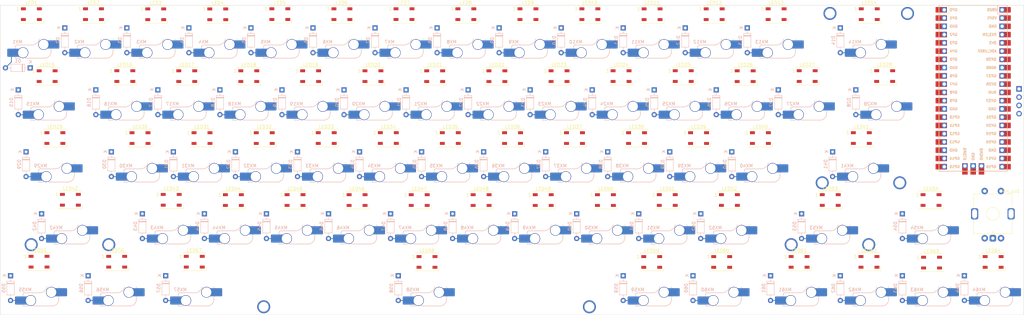
<source format=kicad_pcb>
(kicad_pcb (version 20221018) (generator pcbnew)
  (layers (0 "F.Cu" signal) (31 "B.Cu" signal) (34 "B.Paste" user) (35 "F.Paste" user) (36 "B.SilkS" user "B.Silkscreen") (37 "F.SilkS" user "F.Silkscreen") (38 "B.Mask" user) (39 "F.Mask" user) (44 "Edge.Cuts" user))
  (net 0 "")
  (net 1 "ROW0")
  (net 2 "Net-(D1-A)")
  (net 3 "Net-(D2-A)")
  (net 4 "Net-(D3-A)")
  (net 5 "Net-(D4-A)")
  (net 6 "Net-(D5-A)")
  (net 7 "Net-(D6-A)")
  (net 8 "Net-(D7-A)")
  (net 9 "Net-(D8-A)")
  (net 10 "Net-(D9-A)")
  (net 11 "Net-(D10-A)")
  (net 12 "Net-(D11-A)")
  (net 13 "Net-(D12-A)")
  (net 14 "Net-(D13-A)")
  (net 15 "Net-(D14-A)")
  (net 16 "ROW1")
  (net 17 "Net-(D15-A)")
  (net 18 "Net-(D16-A)")
  (net 19 "Net-(D17-A)")
  (net 20 "Net-(D18-A)")
  (net 21 "Net-(D19-A)")
  (net 22 "Net-(D20-A)")
  (net 23 "Net-(D21-A)")
  (net 24 "Net-(D22-A)")
  (net 25 "Net-(D23-A)")
  (net 26 "Net-(D24-A)")
  (net 27 "Net-(D25-A)")
  (net 28 "Net-(D26-A)")
  (net 29 "Net-(D27-A)")
  (net 30 "Net-(D28-A)")
  (net 31 "ROW2")
  (net 32 "Net-(D29-A)")
  (net 33 "Net-(D30-A)")
  (net 34 "Net-(D31-A)")
  (net 35 "Net-(D32-A)")
  (net 36 "Net-(D33-A)")
  (net 37 "Net-(D34-A)")
  (net 38 "Net-(D35-A)")
  (net 39 "Net-(D36-A)")
  (net 40 "Net-(D37-A)")
  (net 41 "Net-(D38-A)")
  (net 42 "Net-(D39-A)")
  (net 43 "Net-(D40-A)")
  (net 44 "Net-(D41-A)")
  (net 45 "ROW3")
  (net 46 "Net-(D42-A)")
  (net 47 "Net-(D43-A)")
  (net 48 "Net-(D44-A)")
  (net 49 "Net-(D45-A)")
  (net 50 "Net-(D46-A)")
  (net 51 "Net-(D47-A)")
  (net 52 "Net-(D48-A)")
  (net 53 "Net-(D49-A)")
  (net 54 "Net-(D50-A)")
  (net 55 "Net-(D51-A)")
  (net 56 "Net-(D52-A)")
  (net 57 "Net-(D53-A)")
  (net 58 "Net-(D54-A)")
  (net 59 "ROW4")
  (net 60 "Net-(D55-A)")
  (net 61 "Net-(D56-A)")
  (net 62 "Net-(D57-A)")
  (net 63 "Net-(D58-A)")
  (net 64 "Net-(D59-A)")
  (net 65 "Net-(D60-A)")
  (net 66 "Net-(D61-A)")
  (net 67 "Net-(D62-A)")
  (net 68 "Net-(D63-A)")
  (net 69 "Net-(D64-A)")
  (net 70 "en_co_A")
  (net 71 "en_co_B")
  (net 72 "GND")
  (net 73 "COL15")
  (net 74 "VBUS")
  (net 75 "SCL")
  (net 76 "SDA")
  (net 77 "Net-(LED1-DOUT)")
  (net 78 "LED_DI")
  (net 79 "Net-(LED2-DOUT)")
  (net 80 "Net-(LED3-DOUT)")
  (net 81 "Net-(LED4-DOUT)")
  (net 82 "Net-(LED5-DOUT)")
  (net 83 "Net-(LED6-DOUT)")
  (net 84 "Net-(LED7-DOUT)")
  (net 85 "Net-(LED8-DOUT)")
  (net 86 "Net-(LED10-DIN)")
  (net 87 "Net-(LED10-DOUT)")
  (net 88 "Net-(LED11-DOUT)")
  (net 89 "Net-(LED12-DOUT)")
  (net 90 "Net-(LED13-DOUT)")
  (net 91 "Net-(LED14-DOUT)")
  (net 92 "Net-(LED15-DOUT)")
  (net 93 "Net-(LED16-DOUT)")
  (net 94 "Net-(LED17-DOUT)")
  (net 95 "Net-(LED18-DOUT)")
  (net 96 "Net-(LED19-DOUT)")
  (net 97 "Net-(LED20-DOUT)")
  (net 98 "Net-(LED21-DOUT)")
  (net 99 "Net-(LED22-DOUT)")
  (net 100 "Net-(LED23-DOUT)")
  (net 101 "Net-(LED24-DOUT)")
  (net 102 "Net-(LED25-DOUT)")
  (net 103 "Net-(LED26-DOUT)")
  (net 104 "Net-(LED27-DOUT)")
  (net 105 "Net-(LED28-DOUT)")
  (net 106 "Net-(LED29-DOUT)")
  (net 107 "Net-(LED30-DOUT)")
  (net 108 "Net-(LED31-DOUT)")
  (net 109 "Net-(LED32-DOUT)")
  (net 110 "Net-(LED33-DOUT)")
  (net 111 "Net-(LED34-DOUT)")
  (net 112 "Net-(LED35-DOUT)")
  (net 113 "Net-(LED36-DOUT)")
  (net 114 "Net-(LED37-DOUT)")
  (net 115 "Net-(LED38-DOUT)")
  (net 116 "Net-(LED39-DOUT)")
  (net 117 "Net-(LED40-DOUT)")
  (net 118 "Net-(LED41-DOUT)")
  (net 119 "Net-(LED42-DOUT)")
  (net 120 "Net-(LED43-DOUT)")
  (net 121 "Net-(LED44-DOUT)")
  (net 122 "Net-(LED45-DOUT)")
  (net 123 "Net-(LED46-DOUT)")
  (net 124 "Net-(LED47-DOUT)")
  (net 125 "Net-(LED48-DOUT)")
  (net 126 "Net-(LED49-DOUT)")
  (net 127 "Net-(LED50-DOUT)")
  (net 128 "Net-(LED51-DOUT)")
  (net 129 "Net-(LED52-DOUT)")
  (net 130 "Net-(LED53-DOUT)")
  (net 131 "Net-(LED54-DOUT)")
  (net 132 "Net-(LED55-DOUT)")
  (net 133 "Net-(LED56-DOUT)")
  (net 134 "Net-(LED57-DOUT)")
  (net 135 "Net-(LED58-DOUT)")
  (net 136 "Net-(LED59-DOUT)")
  (net 137 "Net-(LED60-DOUT)")
  (net 138 "Net-(LED61-DOUT)")
  (net 139 "Net-(LED62-DOUT)")
  (net 140 "Net-(LED63-DOUT)")
  (net 142 "COL0")
  (net 143 "COL1")
  (net 144 "COL2")
  (net 145 "COL3")
  (net 146 "COL4")
  (net 147 "COL5")
  (net 148 "COL6")
  (net 149 "COL7")
  (net 150 "COL8")
  (net 151 "COL9")
  (net 152 "COL10")
  (net 153 "COL11")
  (net 154 "COL12")
  (net 155 "COL13")
  (net 156 "COL14")
  (footprint "ScottoKeebs_MCU:Raspberry_Pi_Pico" (layer "F.Cu") (at 355.44 123.695)
    (fp_text reference "U1" hide)
    (fp_text value "Raspberry_Pi_Pico" hide)
  )
  (footprint "LED_SMD:LED_WS2812B_PLCC4_5.0x5.0mm_P3.2mm" (layer "F.Cu") (at 147.215 158.08)
    (fp_text reference "LED45")
    (fp_text value "LED_WS2812B")
  )
  (footprint "LED_SMD:LED_WS2812B_PLCC4_5.0x5.0mm_P3.2mm" (layer "F.Cu") (at 237.735 100.91)
    (fp_text reference "LED10")
    (fp_text value "LED_WS2812B")
  )
  (footprint "LED_SMD:LED_WS2812B_PLCC4_5.0x5.0mm_P3.2mm" (layer "F.Cu") (at 185.335 158.09)
    (fp_text reference "LED47")
    (fp_text value "LED_WS2812B")
  )
  (footprint "LED_SMD:LED_WS2812B_PLCC4_5.0x5.0mm_P3.2mm" (layer "F.Cu") (at 266.405 119.95)
    (fp_text reference "LED25")
    (fp_text value "LED_WS2812B")
  )
  (footprint "PCM_marbastlib-mx:STAB_MX_P_2.25u" (layer "F.Cu") (at 78.10625 164.82 180)
    (fp_text reference "S2" hide)
    (fp_text value "MX_stab")
  )
  (footprint "LED_SMD:LED_WS2812B_PLCC4_5.0x5.0mm_P3.2mm" (layer "F.Cu") (at 66.245 100.91)
    (fp_text reference "LED1")
    (fp_text value "LED_WS2812B")
  )
  (footprint "PCM_marbastlib-various:ROT_Alps_EC11E-Switch" (layer "F.Cu") (at 361.475 162.315)
    (fp_text reference "en_co1")
    (fp_text value "RotaryEncoder_Switch")
  )
  (footprint "LED_SMD:LED_WS2812B_PLCC4_5.0x5.0mm_P3.2mm" (layer "F.Cu") (at 94.945 119.95)
    (fp_text reference "LED16")
    (fp_text value "LED_WS2812B")
  )
  (footprint "LED_SMD:LED_WS2812B_PLCC4_5.0x5.0mm_P3.2mm" (layer "F.Cu") (at 304.465 119.95)
    (fp_text reference "LED27")
    (fp_text value "LED_WS2812B")
  )
  (footprint "LED_SMD:LED_WS2812B_PLCC4_5.0x5.0mm_P3.2mm" (layer "F.Cu") (at 361.565 177.11)
    (fp_text reference "LED64")
    (fp_text value "LED_WS2812B")
  )
  (footprint "LED_SMD:LED_WS2812B_PLCC4_5.0x5.0mm_P3.2mm" (layer "F.Cu") (at 187.725 177.11)
    (fp_text reference "LED58")
    (fp_text value "LED_WS2812B")
  )
  (footprint "LED_SMD:LED_WS2812B_PLCC4_5.0x5.0mm_P3.2mm" (layer "F.Cu") (at 116.265 177.04)
    (fp_text reference "LED57")
    (fp_text value "LED_WS2812B")
  )
  (footprint "LED_SMD:LED_WS2812B_PLCC4_5.0x5.0mm_P3.2mm" (layer "F.Cu") (at 99.605 139.02)
    (fp_text reference "LED30")
    (fp_text value "LED_WS2812B")
  )
  (footprint "LED_SMD:LED_WS2812B_PLCC4_5.0x5.0mm_P3.2mm" (layer "F.Cu") (at 321.095 139.01)
    (fp_text reference "LED41")
    (fp_text value "LED_WS2812B")
  )
  (footprint "LED_SMD:LED_WS2812B_PLCC4_5.0x5.0mm_P3.2mm" (layer "F.Cu") (at 252.065 139.02)
    (fp_text reference "LED38")
    (fp_text value "LED_WS2812B")
  )
  (footprint "LED_SMD:LED_WS2812B_PLCC4_5.0x5.0mm_P3.2mm" (layer "F.Cu") (at 213.995 139.02)
    (fp_text reference "LED36")
    (fp_text value "LED_WS2812B")
  )
  (footprint "LED_SMD:LED_WS2812B_PLCC4_5.0x5.0mm_P3.2mm" (layer "F.Cu") (at 73.465 139.01)
    (fp_text reference "LED29")
    (fp_text value "LED_WS2812B")
  )
  (footprint "LED_SMD:LED_WS2812B_PLCC4_5.0x5.0mm_P3.2mm" (layer "F.Cu") (at 256.725 177.12)
    (fp_text reference "LED59")
    (fp_text value "LED_WS2812B")
  )
  (footprint "LED_SMD:LED_WS2812B_PLCC4_5.0x5.0mm_P3.2mm" (layer "F.Cu") (at 194.885 139.01)
    (fp_text reference "LED35")
    (fp_text value "LED_WS2812B")
  )
  (footprint "LED_SMD:LED_WS2812B_PLCC4_5.0x5.0mm_P3.2mm" (layer "F.Cu") (at 85.315 100.91)
    (fp_text reference "LED2")
    (fp_text value "LED_WS2812B")
  )
  (footprint "LED_SMD:LED_WS2812B_PLCC4_5.0x5.0mm_P3.2mm" (layer "F.Cu") (at 323.525 100.91)
    (fp_text reference "LED14")
    (fp_text value "LED_WS2812B")
  )
  (footprint "LED_SMD:LED_WS2812B_PLCC4_5.0x5.0mm_P3.2mm" (layer "F.Cu") (at 328.255 119.95)
    (fp_text reference "LED28")
    (fp_text value "LED_WS2812B")
  )
  (footprint "PCM_marbastlib-mx:STAB_MX_P_6.25u" (layer "F.Cu") (at 187.59 183.91695 180)
    (fp_text reference "S1" hide)
    (fp_text value "MX_stab")
  )
  (footprint "PCM_marbastlib-mx:STAB_MX_P_2.25u" (layer "F.Cu") (at 320.99375 145.795 180)
    (fp_text reference "S4" hide)
    (fp_text value "MX_stab")
  )
  (footprint "LED_SMD:LED_WS2812B_PLCC4_5.0x5.0mm_P3.2mm" (layer "F.Cu") (at 223.415 158.09)
    (fp_text reference "LED49")
    (fp_text value "LED_WS2812B")
  )
  (footprint "LED_SMD:LED_WS2812B_PLCC4_5.0x5.0mm_P3.2mm" (layer "F.Cu") (at 161.595 100.91)
    (fp_text reference "LED6")
    (fp_text value "LED_WS2812B")
  )
  (footprint "LED_SMD:LED_WS2812B_PLCC4_5.0x5.0mm_P3.2mm" (layer "F.Cu") (at 285.425 119.98)
    (fp_text reference "LED26")
    (fp_text value "LED_WS2812B")
  )
  (footprint "LED_SMD:LED_WS2812B_PLCC4_5.0x5.0mm_P3.2mm" (layer "F.Cu") (at 68.605 177.03)
    (fp_text reference "LED55")
    (fp_text value "LED_WS2812B")
  )
  (footprint "LED_SMD:LED_WS2812B_PLCC4_5.0x5.0mm_P3.2mm" (layer "F.Cu") (at 104.425 100.94)
    (fp_text reference "LED3")
    (fp_text value "LED_WS2812B")
  )
  (footprint "LED_SMD:LED_WS2812B_PLCC4_5.0x5.0mm_P3.2mm" (layer "F.Cu") (at 280.585 158.07)
    (fp_text reference "LED52")
    (fp_text value "LED_WS2812B")
  )
  (footprint "LED_SMD:LED_WS2812B_PLCC4_5.0x5.0mm_P3.2mm" (layer "F.Cu") (at 128.275 158.09)
    (fp_text reference "LED44")
    (fp_text value "LED_WS2812B")
  )
  (footprint "LED_SMD:LED_WS2812B_PLCC4_5.0x5.0mm_P3.2mm" (layer "F.Cu") (at 256.845 100.93)
    (fp_text reference "LED11")
    (fp_text value "LED_WS2812B")
  )
  (footprint "LED_SMD:LED_WS2812B_PLCC4_5.0x5.0mm_P3.2mm" (layer "F.Cu") (at 261.505 158.07)
    (fp_text reference "LED51")
    (fp_text value "LED_WS2812B")
  )
  (footprint "LED_SMD:LED_WS2812B_PLCC4_5.0x5.0mm_P3.2mm" (layer "F.Cu") (at 199.655 100.91)
    (fp_text reference "LED8")
    (fp_text value "LED_WS2812B")
  )
  (footprint "LED_SMD:LED_WS2812B_PLCC4_5.0x5.0mm_P3.2mm" (layer "F.Cu") (at 142.535 100.9)
    (fp_text reference "LED5")
    (fp_text value "LED_WS2812B")
  )
  (footprint "ScottoKeebs_Components:OLED_128x64" (layer "F.Cu") (at 369.525 127.7 -90)
    (fp_text reference "J1" hide)
    (fp_text value "OLED_128x64")
  )
  (footprint "LED_SMD:LED_WS2812B_PLCC4_5.0x5.0mm_P3.2mm" (layer "F.Cu") (at 301.985 177.09)
    (fp_text reference "LED61")
    (fp_text value "LED_WS2812B")
  )
  (footprint "LED_SMD:LED_WS2812B_PLCC4_5.0x5.0mm_P3.2mm" (layer "F.Cu") (at 123.475 100.95)
    (fp_text reference "LED4")
    (fp_text value "LED_WS2812B")
  )
  (footprint "LED_SMD:LED_WS2812B_PLCC4_5.0x5.0mm_P3.2mm" (layer "F.Cu") (at 113.955 119.97)
    (fp_text reference "LED17")
    (fp_text value "LED_WS2812B")
  )
  (footprint "LED_SMD:LED_WS2812B_PLCC4_5.0x5.0mm_P3.2mm" (layer "F.Cu") (at 180.655 100.9)
    (fp_text reference "LED7")
    (fp_text value "LED_WS2812B")
  )
  (footprint "LED_SMD:LED_WS2812B_PLCC4_5.0x5.0mm_P3.2mm" (layer "F.Cu") (at 71.085 119.97)
    (fp_text reference "LED15")
    (fp_text value "LED_WS2812B")
  )
  (footprint "LED_SMD:LED_WS2812B_PLCC4_5.0x5.0mm_P3.2mm" (layer "F.Cu") (at 342.495 158.07)
    (fp_text reference "LED54")
    (fp_text value "LED_WS2812B")
  )
  (footprint "LED_SMD:LED_WS2812B_PLCC4_5.0x5.0mm_P3.2mm" (layer "F.Cu") (at 109.185 158)
    (fp_text reference "LED43")
    (fp_text value "LED_WS2812B")
  )
  (footprint "LED_SMD:LED_WS2812B_PLCC4_5.0x5.0mm_P3.2mm" (layer "F.Cu") (at 323.435 177.09)
    (fp_text reference "LED62")
    (fp_text value "LED_WS2812B")
  )
  (footprint "LED_SMD:LED_WS2812B_PLCC4_5.0x5.0mm_P3.2mm" (layer "F.Cu") (at 156.785 139.01)
    (fp_text reference "LED33")
    (fp_text value "LED_WS2812B")
  )
  (footprint "LED_SMD:LED_WS2812B_PLCC4_5.0x5.0mm_P3.2mm" (layer "F.Cu") (at 275.905 100.92)
    (fp_text reference "LED12")
    (fp_text value "LED_WS2812B")
  )
  (footprint "LED_SMD:LED_WS2812B_PLCC4_5.0x5.0mm_P3.2mm" (layer "F.Cu") (at 151.995 119.97)
    (fp_text reference "LED19")
    (fp_text value "LED_WS2812B")
  )
  (footprint "LED_SMD:LED_WS2812B_PLCC4_5.0x5.0mm_P3.2mm" (layer "F.Cu") (at 171.125 119.97)
    (fp_text reference "LED20")
    (fp_text value "LED_WS2812B")
  )
  (footprint "LED_SMD:LED_WS2812B_PLCC4_5.0x5.0mm_P3.2mm" (layer "F.Cu") (at 271.115 139.02)
    (fp_text reference "LED39")
    (fp_text value "LED_WS2812B")
  )
  (footprint "LED_SMD:LED_WS2812B_PLCC4_5.0x5.0mm_P3.2mm" (layer "F.Cu") (at 311.545 158.07)
    (fp_text reference "LED53")
    (fp_text value "LED_WS2812B")
  )
  (footprint "LED_SMD:LED_WS2812B_PLCC4_5.0x5.0mm_P3.2mm" (layer "F.Cu") (at 133.005 119.97)
    (fp_text reference "LED18")
    (fp_text value "LED_WS2812B")
  )
  (footprint "LED_SMD:LED_WS2812B_PLCC4_5.0x5.0mm_P3.2mm" (layer "F.Cu") (at 242.515 158.09)
    (fp_text reference "LED50")
    (fp_text value "LED_WS2812B")
  )
  (footprint "LED_SMD:LED_WS2812B_PLCC4_5.0x5.0mm_P3.2mm" (layer "F.Cu") (at 233.015 139.02)
    (fp_text reference "LED37")
    (fp_text value "LED_WS2812B")
  )
  (footprint "LED_SMD:LED_WS2812B_PLCC4_5.0x5.0mm_P3.2mm" (layer "F.Cu") (at 137.755 139.02)
    (fp_text reference "LED32")
    (fp_text value "LED_WS2812B")
  )
  (footprint "LED_SMD:LED_WS2812B_PLCC4_5.0x5.0mm_P3.2mm" (layer "F.Cu") (at 278.215 177.12)
    (fp_text reference "LED60")
    (fp_text value "LED_WS2812B")
  )
  (footprint "LED_SMD:LED_WS2812B_PLCC4_5.0x5.0mm_P3.2mm" (layer "F.Cu") (at 228.275 119.97)
    (fp_text reference "LED23")
    (fp_text value "LED_WS2812B")
  )
  (footprint "LED_SMD:LED_WS2812B_PLCC4_5.0x5.0mm_P3.2mm" (layer "F.Cu") (at 175.855 139)
    (fp_text reference "LED34")
    (fp_text value "LED_WS2812B")
  )
  (footprint "LED_SMD:LED_WS2812B_PLCC4_5.0x5.0mm_P3.2mm" (layer "F.Cu") (at 218.725 100.91)
    (fp_text reference "LED9")
    (fp_text value "LED_WS2812B")
  )
  (footprint "LED_SMD:LED_WS2812B_PLCC4_5.0x5.0mm_P3.2mm" (layer "F.Cu") (at 290.105 139.01)
    (fp_text reference "LED40")
    (fp_text value "LED_WS2812B")
  )
  (footprint "LED_SMD:LED_WS2812B_PLCC4_5.0x5.0mm_P3.2mm" (layer "F.Cu") (at 78.225 157.99)
    (fp_text reference "LED42")
    (fp_text value "LED_WS2812B")
  )
  (footprint "LED_SMD:LED_WS2812B_PLCC4_5.0x5.0mm_P3.2mm" (layer "F.Cu") (at 247.315 119.96)
    (fp_text reference "LED24")
    (fp_text value "LED_WS2812B")
  )
  (footprint "LED_SMD:LED_WS2812B_PLCC4_5.0x5.0mm_P3.2mm" (layer "F.Cu") (at 166.255 158.09)
    (fp_text reference "LED46")
    (fp_text value "LED_WS2812B")
  )
  (footprint "PCM_marbastlib-mx:STAB_MX_P_2u" (layer "F.Cu") (at 323.36875 107.67)
    (fp_text reference "S5" hide)
    (fp_text value "MX_stab")
  )
  (footprint "LED_SMD:LED_WS2812B_PLCC4_5.0x5.0mm_P3.2mm" (layer "F.Cu") (at 118.645 139.02)
    (fp_text reference "LED31")
    (fp_text value "LED_WS2812B")
  )
  (footprint "PCM_marbastlib-mx:STAB_MX_P_2.25u" (layer "F.Cu") (at 311.46875 164.82 180)
    (fp_text reference "S3" hide)
    (fp_text value "MX_stab")
  )
  (footprint "LED_SMD:LED_WS2812B_PLCC4_5.0x5.0mm_P3.2mm" (layer "F.Cu") (at 209.185 119.98)
    (fp_text reference "LED22")
    (fp_text value "LED_WS2812B")
  )
  (footprint "LED_SMD:LED_WS2812B_PLCC4_5.0x5.0mm_P3.2mm" (layer "F.Cu") (at 92.445 177.04)
    (fp_text reference "LED56")
    (fp_text value "LED_WS2812B")
  )
  (footprint "LED_SMD:LED_WS2812B_PLCC4_5.0x5.0mm_P3.2mm" (layer "F.Cu") (at 204.345 158.09)
    (fp_text reference "LED48")
    (fp_text value "LED_WS2812B")
  )
  (footprint "LED_SMD:LED_WS2812B_PLCC4_5.0x5.0mm_P3.2mm" (layer "F.Cu") (at 190.085 119.98)
    (fp_text reference "LED21")
    (fp_text value "LED_WS2812B")
  )
  (footprint "LED_SMD:LED_WS2812B_PLCC4_5.0x5.0mm_P3.2mm" (layer "F.Cu") (at 294.925 100.91)
    (fp_text reference "LED13")
    (fp_text value "LED_WS2812B")
  )
  (footprint "LED_SMD:LED_WS2812B_PLCC4_5.0x5.0mm_P3.2mm" (layer "F.Cu") (at 342.655 177.31)
    (fp_text reference "LED63")
    (fp_text value "LED_WS2812B")
  )
  (footprint "PCM_marbastlib-mx:SW_MX_HS_1u" (layer "B.Cu") (at 270.99 145.79)
    (fp_text reference "MX39")
    (fp_text value "MX_SW_HS")
  )
  (footprint "ScottoKeebs_Components:Diode_DO-35" (layer "B.Cu") (at 247.9725 181.34 -90)
    (fp_text reference "D59")
    (fp_text value "Diode")
  )
  (footprint "PCM_marbastlib-mx:SW_MX_HS_1u" (layer "B.Cu") (at 92.39625 183.89)
    (fp_text reference "MX56")
    (fp_text value "MX_SW_HS")
  )
  (footprint "ScottoKeebs_Components:Diode_DO-35" (layer "B.Cu") (at 128.91 143.24 -90)
    (fp_text reference "D32")
    (fp_text value "Diode")
  )
  (footprint "ScottoKeebs_Components:Diode_DO-35" (layer "B.Cu") (at 205.11 143.24 -90)
    (fp_text reference "D36")
    (fp_text value "Diode")
  )
  (footprint "PCM_marbastlib-mx:SW_MX_HS_1u" (layer "B.Cu") (at 166.215 164.84)
    (fp_text reference "MX46")
    (fp_text value "MX_SW_HS")
  )
  (footprint "PCM_marbastlib-mx:SW_MX_HS_1u" (layer "B.Cu") (at 247.1775 126.74)
    (fp_text reference "MX24")
    (fp_text value "MX_SW_HS")
  )
  (footprint "ScottoKeebs_Components:Diode_DO-35" (layer "B.Cu") (at 314.6475 105.14 -90)
    (fp_text reference "D14")
    (fp_text value "Diode")
  )
  (footprint "PCM_marbastlib-mx:SW_MX_HS_1u" (layer "B.Cu") (at 113.8275 126.74)
    (fp_text reference "MX17")
    (fp_text value "MX_SW_HS")
  )
  (footprint "ScottoKeebs_Components:Diode_DO-35" (layer "B.Cu") (at 286.0725 105.14 -90)
    (fp_text reference "D13")
    (fp_text value "Diode")
  )
  (footprint "PCM_marbastlib-mx:SW_MX_HS_1u" (layer "B.Cu") (at 256.7025 107.69)
    (fp_text reference "MX11")
    (fp_text value "MX_SW_HS")
  )
  (footprint "ScottoKeebs_Components:Diode_DO-35" (layer "B.Cu") (at 219.3975 124.19 -90)
    (fp_text reference "D23")
    (fp_text value "Diode")
  )
  (footprint "ScottoKeebs_Components:Diode_DO-35" (layer "B.Cu") (at 190.8225 105.14 -90)
    (fp_text reference "D8")
    (fp_text value "Diode")
  )
  (footprint "ScottoKeebs_Components:Diode_DO-35" (layer "B.Cu") (at 200.3475 124.19 -90)
    (fp_text reference "D22")
    (fp_text value "Diode")
  )
  (footprint "ScottoKeebs_Components:Diode_DO-35" (layer "B.Cu") (at 167.01 143.24 -90)
    (fp_text reference "D34")
    (fp_text value "Diode")
  )
  (footprint "ScottoKeebs_Components:Diode_DO-35" (layer "B.Cu") (at 105.0975 124.19 -90)
    (fp_text reference "D17")
    (fp_text value "Diode")
  )
  (footprint "ScottoKeebs_Components:Diode_DO-35" (layer "B.Cu") (at 69.37875 162.29 -90)
    (fp_text reference "D42")
    (fp_text value "Diode")
  )
  (footprint "ScottoKeebs_Components:Diode_DO-35" (layer "B.Cu") (at 233.685 162.29 -90)
    (fp_text reference "D50")
    (fp_text value "Diode")
  )
  (footprint "PCM_marbastlib-mx:SW_MX_HS_1u" (layer "B.Cu") (at 275.7525 107.69)
    (fp_text reference "MX12")
    (fp_text value "MX_SW_HS")
  )
  (footprint "ScottoKeebs_Components:Diode_DO-35" (layer "B.Cu") (at 83.66625 181.34 -90)
    (fp_text reference "D56")
    (fp_text value "Diode")
  )
  (footprint "PCM_marbastlib-mx:SW_MX_HS_1u" (layer "B.Cu") (at 361.4775 183.89)
    (fp_text reference "MX64")
    (fp_text value "MX_SW_HS")
  )
  (footprint "ScottoKeebs_Components:Diode_DO-35" (layer "B.Cu") (at 238.4475 124.19 -90)
    (fp_text reference "D24")
    (fp_text value "Diode")
  )
  (footprint "PCM_marbastlib-mx:SW_MX_HS_1u" (layer "B.Cu") (at 70.965 126.74)
    (fp_text reference "MX15")
    (fp_text value "MX_SW_HS")
  )
  (footprint "ScottoKeebs_Components:Diode_DO-35" (layer "B.Cu") (at 312.26625 143.24 -90)
    (fp_text reference "D41")
    (fp_text value "Diode")
  )
  (footprint "PCM_marbastlib-mx:SW_MX_HS_1u" (layer "B.Cu") (at 147.165 164.84)
    (fp_text reference "MX45")
    (fp_text value "MX_SW_HS")
  )
  (footprint "PCM_marbastlib-mx:SW_MX_HS_1u" (layer "B.Cu") (at 285.2775 126.74)
    (fp_text reference "MX26")
    (fp_text value "MX_SW_HS")
  )
  (footprint "PCM_marbastlib-mx:SW_MX_HS_1u" (layer "B.Cu") (at 323.3775 107.69)
    (fp_text reference "MX14")
    (fp_text value "MX_SW_HS")
  )
  (footprint "PCM_marbastlib-mx:SW_MX_HS_1u" (layer "B.Cu") (at 73.34625 145.79)
    (fp_text reference "MX29")
    (fp_text value "MX_SW_HS")
  )
  (footprint "ScottoKeebs_Components:Diode_DO-35" (layer "B.Cu") (at 119.385 162.29 -90)
    (fp_text reference "D44")
    (fp_text value "Diode")
  )
  (footprint "ScottoKeebs_Components:Diode_DO-35" (layer "B.Cu") (at 162.2475 124.19 -90)
    (fp_text reference "D20")
    (fp_text value "Diode")
  )
  (footprint "ScottoKeebs_Components:Diode_DO-35" (layer "B.Cu") (at 109.86 143.24 -90)
    (fp_text reference "D31")
    (fp_text value "Diode")
  )
  (footprint "PCM_marbastlib-mx:SW_MX_HS_1u" (layer "B.Cu") (at 175.74 145.79)
    (fp_text reference "MX34")
    (fp_text value "MX_SW_HS")
  )
  (footprint "PCM_marbastlib-mx:SW_MX_HS_1u" (layer "B.Cu") (at 223.365 164.84)
    (fp_text reference "MX49")
    (fp_text value "MX_SW_HS")
  )
  (footprint "PCM_marbastlib-mx:SW_MX_HS_1u" (layer "B.Cu") (at 328.14 126.74)
    (fp_text reference "MX28")
    (fp_text value "MX_SW_HS")
  )
  (footprint "PCM_marbastlib-mx:SW_MX_HS_1u" (layer "B.Cu") (at 228.1275 126.74)
    (fp_text reference "MX23")
    (fp_text value "MX_SW_HS")
  )
  (footprint "ScottoKeebs_Components:Diode_DO-35" (layer "B.Cu") (at 224.16 143.24 -90)
    (fp_text reference "D37")
    (fp_text value "Diode")
  )
  (footprint "ScottoKeebs_Components:Diode_DO-35" (layer "B.Cu") (at 65.905 117.43 180)
    (fp_text reference "D1")
    (fp_text value "Diode")
  )
  (footprint "PCM_marbastlib-mx:SW_MX_HS_1u" (layer "B.Cu") (at 232.89 145.79)
    (fp_text reference "MX37")
    (fp_text value "MX_SW_HS")
  )
  (footprint "ScottoKeebs_Components:Diode_DO-35" (layer "B.Cu") (at 333.6975 162.29 -90)
    (fp_text reference "D54")
    (fp_text value "Diode")
  )
  (footprint "PCM_marbastlib-mx:SW_MX_HS_1u" (layer "B.Cu") (at 94.7775 126.74)
    (fp_text reference "MX16")
    (fp_text value "MX_SW_HS")
  )
  (footprint "ScottoKeebs_Components:Diode_DO-35" (layer "B.Cu") (at 257.4975 124.19 -90)
    (fp_text reference "D25")
    (fp_text value "Diode")
  )
  (footprint "ScottoKeebs_Components:Diode_DO-35" (layer "B.Cu") (at 64.61625 143.24 -90)
    (fp_text reference "D29")
    (fp_text value "Diode")
  )
  (footprint "ScottoKeebs_Components:Diode_DO-35" (layer "B.Cu") (at 138.435 162.29 -90)
    (fp_text reference "D45")
    (fp_text value "Diode")
  )
  (footprint "PCM_marbastlib-mx:SW_MX_HS_1u" (layer "B.Cu") (at 78.10875 164.84)
    (fp_text reference "MX42")
    (fp_text value "MX_SW_HS")
  )
  (footprint "PCM_marbastlib-mx:SW_MX_HS_1u" (layer "B.Cu") (at 142.4025 107.69)
    (fp_text reference "MX5")
    (fp_text value "MX_SW_HS")
  )
  (footprint "ScottoKeebs_Components:Diode_DO-35" (layer "B.Cu") (at 214.635 162.29 -90)
    (fp_text reference "D49")
    (fp_text value "Diode")
  )
  (footprint "ScottoKeebs_Components:Diode_DO-35" (layer "B.Cu") (at 114.6225 105.14 -90)
    (fp_text reference "D4")
    (fp_text value "Diode")
  )
  (footprint "PCM_marbastlib-mx:SW_MX_HS_1u" (layer "B.Cu") (at 278.13375 183.89)
    (fp_text reference "MX60")
    (fp_text value "MX_SW_HS")
  )
  (footprint "PCM_marbastlib-mx:SW_MX_HS_1u" (layer "B.Cu") (at 294.8025 107.69)
    (fp_text reference "MX13")
    (fp_text value "MX_SW_HS")
  )
  (footprint "ScottoKeebs_Components:Diode_DO-35" (layer "B.Cu") (at 62.235 124.19 -90)
    (fp_text reference "D15")
    (fp_text value "Diode")
  )
  (footprint "PCM_marbastlib-mx:SW_MX_HS_1u" (layer "B.Cu") (at 190.0275 126.74)
    (fp_text reference "MX21")
    (fp_text value "MX_SW_HS")
  )
  (footprint "ScottoKeebs_Components:Diode_DO-35" (layer "B.Cu") (at 262.26 143.24 -90)
    (fp_text reference "D39")
    (fp_text value "Diode")
  )
  (footprint "ScottoKeebs_Components:Diode_DO-35" (layer "B.Cu") (at 352.7475 181.34 -90)
    (fp_text reference "D64")
    (fp_text value "Diode")
  )
  (footprint "PCM_marbastlib-mx:SW_MX_HS_1u" (layer "B.Cu") (at 209.0775 126.74)
    (fp_text reference "MX22")
    (fp_text value "MX_SW_HS")
  )
  (footprint "PCM_marbastlib-mx:SW_MX_HS_1u" (layer "B.Cu") (at 251.94 145.79)
    (fp_text reference "MX38")
    (fp_text value "MX_SW_HS")
  )
  (footprint "PCM_marbastlib-mx:SW_MX_HS_1u" (layer "B.Cu") (at 342.4275 183.89)
    (fp_text reference "MX63")
    (fp_text value "MX_SW_HS")
  )
  (footprint "ScottoKeebs_Components:Diode_DO-35" (layer "B.Cu") (at 295.5975 124.19 -90)
    (fp_text reference "D27")
    (fp_text value "Diode")
  )
  (footprint "ScottoKeebs_Components:Diode_DO-35" (layer "B.Cu") (at 281.31 143.24 -90)
    (fp_text reference "D40")
    (fp_text value "Diode")
  )
  (footprint "ScottoKeebs_Components:Diode_DO-35" (layer "B.Cu") (at 209.8725 105.14 -90)
    (fp_text reference "D9")
    (fp_text value "Diode")
  )
  (footprint "PCM_marbastlib-mx:SW_MX_HS_1u" (layer "B.Cu") (at 304.3275 126.74)
    (fp_text reference "MX27")
    (fp_text value "MX_SW_HS")
  )
  (footprint "ScottoKeebs_Components:Diode_DO-35" (layer "B.Cu") (at 178.91625 181.34 -90)
    (fp_text reference "D58")
    (fp_text value "Diode")
  )
  (footprint "PCM_marbastlib-mx:SW_MX_HS_1u" (layer "B.Cu") (at 116.20875 183.89)
    (fp_text reference "MX57")
    (fp_text value "MX_SW_HS")
  )
  (footprint "ScottoKeebs_Components:Diode_DO-35" (layer "B.Cu") (at 107.47875 181.34 -90)
    (fp_text reference "D57")
    (fp_text value "Diode")
  )
  (footprint "PCM_marbastlib-mx:SW_MX_HS_1u" (layer "B.Cu") (at 104.3025 107.69)
    (fp_text reference "MX3")
    (fp_text value "MX_SW_HS")
  )
  (footprint "PCM_marbastlib-mx:SW_MX_HS_1u" (layer "B.Cu") (at 132.8775 126.74)
    (fp_text reference "MX18")
    (fp_text value "MX_SW_HS")
  )
  (footprint "ScottoKeebs_Components:Diode_DO-35" (layer "B.Cu") (at 267.0225 105.14 -90)
    (fp_text reference "D12")
    (fp_text value "Diode")
  )
  (footprint "ScottoKeebs_Components:Diode_DO-35" (layer "B.Cu") (at 181.2975 124.19 -90)
    (fp_text reference "D21")
    (fp_text value "Diode")
  )
  (footprint "ScottoKeebs_Components:Diode_DO-35" (layer "B.Cu") (at 195.585 162.29 -90)
    (fp_text reference "D48")
    (fp_text value "Diode")
  )
  (footprint "ScottoKeebs_Components:Diode_DO-35" (layer "B.Cu") (at 269.40375 181.34 -90)
    (fp_text reference "D60")
    (fp_text value "Diode")
  )
  (footprint "PCM_marbastlib-mx:SW_MX_HS_1u" (layer "B.Cu") (at 161.4525 107.69)
    (fp_text reference "MX6")
    (fp_text value "MX_SW_HS")
  )
  (footprint "PCM_marbastlib-mx:SW_MX_HS_1u" (layer "B.Cu") (at 128.115 164.84)
    (fp_text reference "MX44")
    (fp_text value "MX_SW_HS")
  )
  (footprint "ScottoKeebs_Components:Diode_DO-35" (layer "B.Cu") (at 186.06 143.24 -90)
    (fp_text reference "D35")
    (fp_text value "Diode")
  )
  (footprint "PCM_marbastlib-mx:SW_MX_HS_1u" (layer "B.Cu") (at 237.6525 107.69)
    (fp_text reference "MX10")
    (fp_text value "MX_SW_HS")
  )
  (footprint "PCM_marbastlib-mx:SW_MX_HS_1u" (layer "B.Cu") (at 290.04 145.79)
    (fp_text reference "MX40")
    (fp_text value "MX_SW_HS")
  )
  (footprint "PCM_marbastlib-mx:SW_MX_HS_1u" (layer "B.Cu") (at 320.99625 145.79)
    (fp_text reference "MX41")
    (fp_text value "MX_SW_HS")
  )
  (footprint "PCM_marbastlib-mx:SW_MX_HS_1u" (layer "B.Cu") (at 342.4275 164.84)
    (fp_text reference "MX54")
    (fp_text value "MX_SW_HS")
  )
  (footprint "PCM_marbastlib-mx:SW_MX_HS_1u" (layer "B.Cu") (at 85.2525 107.69)
    (fp_text reference "MX2")
    (fp_text value "MX_SW_HS")
  )
  (footprint "ScottoKeebs_Components:Diode_DO-35" (layer "B.Cu") (at 59.85375 181.34 -90)
    (fp_text reference "D55")
    (fp_text value "Diode")
  )
  (footprint "PCM_marbastlib-mx:SW_MX_HS_1u" (layer "B.Cu") (at 180.5025 107.69)
    (fp_text reference "MX7")
    (fp_text value "MX_SW_HS")
  )
  (footprint "ScottoKeebs_Components:Diode_DO-35" (layer "B.Cu") (at 152.7225 105.14 -90)
    (fp_text reference "D6")
    (fp_text value "Diode")
  )
  (footprint "PCM_marbastlib-mx:SW_MX_HS_1u" (layer "B.Cu") (at 218.6025 107.69)
    (fp_text reference "MX9")
    (fp_text value "MX_SW_HS")
  )
  (footprint "ScottoKeebs_Components:Diode_DO-35" (layer "B.Cu") (at 147.96 143.24 -90)
    (fp_text reference "D33")
    (fp_text value "Diode")
  )
  (footprint "ScottoKeebs_Components:Diode_DO-35" (layer "B.Cu") (at 90.81 143.24 -90)
    (fp_text reference "D30")
    (fp_text value "Diode")
  )
  (footprint "PCM_marbastlib-mx:SW_MX_HS_1u" (layer "B.Cu") (at 194.79 145.79)
    (fp_text reference "MX35")
    (fp_text value "MX_SW_HS")
  )
  (footprint "PCM_marbastlib-mx:SW_MX_HS_1u" (layer "B.Cu") (at 118.59 145.79)
    (fp_text reference "MX31")
    (fp_text value "MX_SW_HS")
  )
  (footprint "ScottoKeebs_Components:Diode_DO-35" (layer "B.Cu") (at 171.7725 105.14 -90)
    (fp_text reference "D7")
    (fp_text value "Diode")
  )
  (footprint "ScottoKeebs_Components:Diode_DO-35" (layer "B.Cu") (at 100.335 162.29 -90)
    (fp_text reference "D43")
    (fp_text value "Diode")
  )
  (footprint "ScottoKeebs_Components:Diode_DO-35" (layer "B.Cu") (at 252.735 162.29 -90)
    (fp_text reference "D51")
    (fp_text value "Diode")
  )
  (footprint "ScottoKeebs_Components:Diode_DO-35" (layer "B.Cu") (at 143.1975 124.19 -90)
    (fp_text reference "D19")
    (fp_text value "Diode")
  )
  (footprint "ScottoKeebs_Components:Diode_DO-35" (layer "B.Cu") (at 176.535 162.29 -90)
    (fp_text reference "D47")
    (fp_text value "Diode")
  )
  (footprint "PCM_marbastlib-mx:SW_MX_HS_1u" (layer "B.Cu") (at 187.64625 183.89)
    (fp_text reference "MX58")
    (fp_text value "MX_SW_HS")
  )
  (footprint "PCM_marbastlib-mx:SW_MX_HS_1u" (layer "B.Cu") (at 311.47125 164.84)
    (fp_text reference "MX53")
    (fp_text value "MX_SW_HS")
  )
  (footprint "PCM_marbastlib-mx:SW_MX_HS_1u" (layer "B.Cu") (at 170.9775 126.74)
    (fp_text reference "MX20")
    (fp_text value "MX_SW_HS")
  )
  (footprint "PCM_marbastlib-mx:SW_MX_HS_1u" (layer "B.Cu") (at 137.64 145.79)
    (fp_text reference "MX32")
    (fp_text value "MX_SW_HS")
  )
  (footprint "ScottoKeebs_Components:Diode_DO-35" (layer "B.Cu") (at 243.21 143.24 -90)
    (fp_text reference "D38")
    (fp_text value "Diode")
  )
  (footprint "PCM_marbastlib-mx:SW_MX_HS_1u" (layer "B.Cu") (at 151.9275 126.74)
    (fp_text reference "MX19")
    (fp_text value "MX_SW_HS")
  )
  (footprint "ScottoKeebs_Components:Diode_DO-35" (layer "B.Cu") (at 302.74125 162.29 -90)
    (fp_text reference "D53")
    (fp_text value "Diode")
  )
  (footprint "PCM_marbastlib-mx:SW_MX_HS_1u" (layer "B.Cu") (at 242.415 164.84)
    (fp_text reference "MX50")
    (fp_text value "MX_SW_HS")
  )
  (footprint "PCM_marbastlib-mx:SW_MX_HS_1u" (layer "B.Cu") (at 66.2025 107.69)
    (fp_text reference "MX1")
    (fp_text value "MX_SW_HS")
  )
  (footprint "PCM_marbastlib-mx:SW_MX_HS_1u" (layer "B.Cu") (at 68.58375 183.89)
    (fp_text reference "MX55")
    (fp_text value "MX_SW_HS")
  )
  (footprint "PCM_marbastlib-mx:SW_MX_HS_1u" (layer "B.Cu") (at 323.3775 183.89)
    (fp_text reference "MX62")
    (fp_text value "MX_SW_HS")
  )
  (footprint "ScottoKeebs_Components:Diode_DO-35" (layer "B.Cu") (at 333.6975 181.34 -90)
    (fp_text reference "D63")
    (fp_text value "Diode")
  )
  (footprint "PCM_marbastlib-mx:SW_MX_HS_1u" (layer "B.Cu") (at 266.2275 126.74)
    (fp_text reference "MX25")
    (fp_text value "MX_SW_HS")
  )
  (footprint "ScottoKeebs_Components:Diode_DO-35" (layer "B.Cu") (at 319.41 124.19 -90)
    (fp_text reference "D28")
    (fp_text value "Diode")
  )
  (footprint "PCM_marbastlib-mx:SW_MX_HS_1u" (layer "B.Cu") (at 261.465 164.84)
    (fp_text reference "MX51")
    (fp_text value "MX_SW_HS")
  )
  (footprint "PCM_marbastlib-mx:SW_MX_HS_1u" (layer "B.Cu") (at 199.5525 107.69)
    (fp_text reference "MX8")
    (fp_text value "MX_SW_HS")
  )
  (footprint "ScottoKeebs_Components:Diode_DO-35" (layer "B.Cu") (at 76.5225 105.14 -90)
    (fp_text reference "D2")
    (fp_text value "Diode")
  )
  (footprint "PCM_marbastlib-mx:SW_MX_HS_1u" (layer "B.Cu") (at 280.515 164.84)
    (fp_text reference "MX52")
    (fp_text value "MX_SW_HS")
  )
  (footprint "PCM_marbastlib-mx:SW_MX_HS_1u" (layer "B.Cu") (at 156.69 145.79)
    (fp_text reference "MX33")
    (fp_text value "MX_SW_HS")
  )
  (footprint "ScottoKeebs_Components:Diode_DO-35" (layer "B.Cu") (at 314.6475 181.34 -90)
    (fp_text reference "D62")
    (fp_text value "Diode")
  )
  (footprint "ScottoKeebs_Components:Diode_DO-35" (layer "B.Cu") (at 86.0475 124.19 -90)
    (fp_text reference "D16")
    (fp_text value "Diode")
  )
  (footprint "PCM_marbastlib-mx:SW_MX_HS_1u" (layer "B.Cu") (at 185.265 164.84)
    (fp_text reference "MX47")
    (fp_text value "MX_SW_HS")
  )
  (footprint "PCM_marbastlib-mx:SW_MX_HS_1u" (layer "B.Cu") (at 109.065 164.84)
    (fp_text reference "MX43")
    (fp_text value "MX_SW_HS")
  )
  (footprint "ScottoKeebs_Components:Diode_DO-35" (layer "B.Cu") (at 276.5475 124.19 -90)
    (fp_text reference "D26")
    (fp_text value "Diode")
  )
  (footprint "PCM_marbastlib-mx:SW_MX_HS_1u" (layer "B.Cu") (at 256.7025 183.89)
    (fp_text reference "MX59")
    (fp_text value "MX_SW_HS")
  )
  (footprint "ScottoKeebs_Components:Diode_DO-35" (layer "B.Cu") (at 247.9725 105.14 -90)
    (fp_text reference "D11")
    (fp_text value "Diode")
  )
  (footprint "ScottoKeebs_Components:Diode_DO-35" (layer "B.Cu") (at 157.485 162.29 -90)
    (fp_text reference "D46")
    (fp_text value "Diode")
  )
  (footprint "ScottoKeebs_Components:Diode_DO-35" (layer "B.Cu") (at 228.9225 105.14 -90)
    (fp_text reference "D10")
    (fp_text value "Diode")
  )
  (footprint "PCM_marbastlib-mx:SW_MX_HS_1u" (layer "B.Cu") (at 204.315 164.84)
    (fp_text reference "MX48")
    (fp_text value "MX_SW_HS")
  )
  (footprint "PCM_marbastlib-mx:SW_MX_HS_1u" (layer "B.Cu") (at 213.84 145.79)
    (fp_text reference "MX36")
    (fp_text value "MX_SW_HS")
  )
  (footprint "PCM_marbastlib-mx:SW_MX_HS_1u" (layer "B.Cu") (at 123.3525 107.69)
    (fp_text reference "MX4")
    (fp_text value "MX_SW_HS")
  )
  (footprint "PCM_marbastlib-mx:SW_MX_HS_1u" (layer "B.Cu") (at 99.54 145.79)
    (fp_text reference "MX30")
    (fp_text value "MX_SW_HS")
  )
  (footprint "ScottoKeebs_Components:Diode_DO-35" (layer "B.Cu") (at 293.21625 181.34 -90)
    (fp_text reference "D61")
    (fp_text value "Diode")
  )
  (footprint "PCM_marbastlib-mx:SW_MX_HS_1u" (layer "B.Cu") (at 301.94625 183.89)
    (fp_text reference "MX61")
    (fp_text value "MX_SW_HS")
  )
  (footprint "ScottoKeebs_Components:Diode_DO-35" (layer "B.Cu") (at 271.785 162.29 -90)
    (fp_text reference "D52")
    (fp_text value "Diode")
  )
  (footprint "ScottoKeebs_Components:Diode_DO-35" (layer "B.Cu") (at 133.6725 105.14 -90)
    (fp_text reference "D5")
    (fp_text value "Diode")
  )
  (footprint "ScottoKeebs_Components:Diode_DO-35" (layer "B.Cu") (at 95.5725 105.14 -90)
    (fp_text reference "D3")
    (fp_text value "Diode")
  )
  (footprint "ScottoKeebs_Components:Diode_DO-35" (layer "B.Cu") (at 124.1475 124.19 -90)
    (fp_text reference "D18")
    (fp_text value "Diode")
  )
  (gr_rect (start 56.675 98.165) (end 371 193.415) (stroke (width 0.1)) (fill none) (layer "Edge.Cuts"))
  (segment (start 60.1125 115.6025) (end 58.285 117.43) (width 0.25) (layer "B.Cu") (net 2))
  (segment (start 60.1125 112.77) (end 60.1125 115.6025) (width 0.25) (layer "B.Cu") (net 2))
  (segment (start 79.1625 112.77) (end 76.5325 112.77) (width 0.25) (layer "B.Cu") (net 3))
  (segment (start 76.5325 112.77) (end 76.5225 112.76) (width 0.25) (layer "B.Cu") (net 3))
  (segment (start 98.2125 112.77) (end 95.5825 112.77) (width 0.25) (layer "B.Cu") (net 4))
  (segment (start 95.5825 112.77) (end 95.5725 112.76) (width 0.25) (layer "B.Cu") (net 4))
  (segment (start 114.6325 112.77) (end 114.6225 112.76) (width 0.25) (layer "B.Cu") (net 5))
  (segment (start 117.2625 112.77) (end 114.6325 112.77) (width 0.25) (layer "B.Cu") (net 5))
  (segment (start 133.6825 112.77) (end 133.6725 112.76) (width 0.25) (layer "B.Cu") (net 6))
  (segment (start 136.3125 112.77) (end 133.6825 112.77) (width 0.25) (layer "B.Cu") (net 6))
  (segment (start 152.7325 112.77) (end 152.7225 112.76) (width 0.25) (layer "B.Cu") (net 7))
  (segment (start 155.3625 112.77) (end 152.7325 112.77) (width 0.25) (layer "B.Cu") (net 7))
  (segment (start 171.7825 112.77) (end 171.7725 112.76) (width 0.25) (layer "B.Cu") (net 8))
  (segment (start 174.4125 112.77) (end 171.7825 112.77) (width 0.25) (layer "B.Cu") (net 8))
  (segment (start 190.8325 112.77) (end 190.8225 112.76) (width 0.25) (layer "B.Cu") (net 9))
  (segment (start 193.4625 112.77) (end 190.8325 112.77) (width 0.25) (layer "B.Cu") (net 9))
  (segment (start 209.8825 112.77) (end 209.8725 112.76) (width 0.25) (layer "B.Cu") (net 10))
  (segment (start 212.5125 112.77) (end 209.8825 112.77) (width 0.25) (layer "B.Cu") (net 10))
  (segment (start 228.9325 112.77) (end 228.9225 112.76) (width 0.25) (layer "B.Cu") (net 11))
  (segment (start 231.5625 112.77) (end 228.9325 112.77) (width 0.25) (layer "B.Cu") (net 11))
  (segment (start 250.6125 112.77) (end 247.9825 112.77) (width 0.25) (layer "B.Cu") (net 12))
  (segment (start 247.9825 112.77) (end 247.9725 112.76) (width 0.25) (layer "B.Cu") (net 12))
  (segment (start 267.0325 112.77) (end 267.0225 112.76) (width 0.25) (layer "B.Cu") (net 13))
  (segment (start 269.6625 112.77) (end 267.0325 112.77) (width 0.25) (layer "B.Cu") (net 13))
  (segment (start 288.7125 112.77) (end 286.0825 112.77) (width 0.25) (layer "B.Cu") (net 14))
  (segment (start 286.0825 112.77) (end 286.0725 112.76) (width 0.25) (layer "B.Cu") (net 14))
  (segment (start 314.6575 112.77) (end 314.6475 112.76) (width 0.25) (layer "B.Cu") (net 15))
  (segment (start 317.2875 112.77) (end 314.6575 112.77) (width 0.25) (layer "B.Cu") (net 15))
  (segment (start 62.245 131.82) (end 62.235 131.81) (width 0.25) (layer "B.Cu") (net 17))
  (segment (start 64.875 131.82) (end 62.245 131.82) (width 0.25) (layer "B.Cu") (net 17))
  (segment (start 86.0575 131.82) (end 86.0475 131.81) (width 0.25) (layer "B.Cu") (net 18))
  (segment (start 88.6875 131.82) (end 86.0575 131.82) (width 0.25) (layer "B.Cu") (net 18))
  (segment (start 105.1075 131.82) (end 105.0975 131.81) (width 0.25) (layer "B.Cu") (net 19))
  (segment (start 107.7375 131.82) (end 105.1075 131.82) (width 0.25) (layer "B.Cu") (net 19))
  (segment (start 124.1575 131.82) (end 124.1475 131.81) (width 0.25) (layer "B.Cu") (net 20))
  (segment (start 126.7875 131.82) (end 124.1575 131.82) (width 0.25) (layer "B.Cu") (net 20))
  (segment (start 143.2075 131.82) (end 143.1975 131.81) (width 0.25) (layer "B.Cu") (net 21))
  (segment (start 145.8375 131.82) (end 143.2075 131.82) (width 0.25) (layer "B.Cu") (net 21))
  (segment (start 162.2575 131.82) (end 162.2475 131.81) (width 0.25) (layer "B.Cu") (net 22))
  (segment (start 164.8875 131.82) (end 162.2575 131.82) (width 0.25) (layer "B.Cu") (net 22))
  (segment (start 181.3075 131.82) (end 181.2975 131.81) (width 0.25) (layer "B.Cu") (net 23))
  (segment (start 183.9375 131.82) (end 181.3075 131.82) (width 0.25) (layer "B.Cu") (net 23))
  (segment (start 202.9875 131.82) (end 200.3575 131.82) (width 0.25) (layer "B.Cu") (net 24))
  (segment (start 200.3575 131.82) (end 200.3475 131.81) (width 0.25) (layer "B.Cu") (net 24))
  (segment (start 219.4075 131.82) (end 219.3975 131.81) (width 0.25) (layer "B.Cu") (net 25))
  (segment (start 222.0375 131.82) (end 219.4075 131.82) (width 0.25) (layer "B.Cu") (net 25))
  (segment (start 238.4575 131.82) (end 238.4475 131.81) (width 0.25) (layer "B.Cu") (net 26))
  (segment (start 241.0875 131.82) (end 238.4575 131.82) (width 0.25) (layer "B.Cu") (net 26))
  (segment (start 257.5075 131.82) (end 257.4975 131.81) (width 0.25) (layer "B.Cu") (net 27))
  (segment (start 260.1375 131.82) (end 257.5075 131.82) (width 0.25) (layer "B.Cu") (net 27))
  (segment (start 276.5575 131.82) (end 276.5475 131.81) (width 0.25) (layer "B.Cu") (net 28))
  (segment (start 279.1875 131.82) (end 276.5575 131.82) (width 0.25) (layer "B.Cu") (net 28))
  (segment (start 295.6075 131.82) (end 295.5975 131.81) (width 0.25) (layer "B.Cu") (net 29))
  (segment (start 298.2375 131.82) (end 295.6075 131.82) (width 0.25) (layer "B.Cu") (net 29))
  (segment (start 319.42 131.82) (end 319.41 131.81) (width 0.25) (layer "B.Cu") (net 30))
  (segment (start 322.05 131.82) (end 319.42 131.82) (width 0.25) (layer "B.Cu") (net 30))
  (segment (start 64.62625 150.87) (end 64.61625 150.86) (width 0.25) (layer "B.Cu") (net 32))
  (segment (start 67.25625 150.87) (end 64.62625 150.87) (width 0.25) (layer "B.Cu") (net 32))
  (segment (start 93.45 150.87) (end 90.82 150.87) (width 0.25) (layer "B.Cu") (net 33))
  (segment (start 90.82 150.87) (end 90.81 150.86) (width 0.25) (layer "B.Cu") (net 33))
  (segment (start 112.5 150.87) (end 109.87 150.87) (width 0.25) (layer "B.Cu") (net 34))
  (segment (start 109.87 150.87) (end 109.86 150.86) (width 0.25) (layer "B.Cu") (net 34))
  (segment (start 128.92 150.87) (end 128.91 150.86) (width 0.25) (layer "B.Cu") (net 35))
  (segment (start 131.55 150.87) (end 128.92 150.87) (width 0.25) (layer "B.Cu") (net 35))
  (segment (start 150.6 150.87) (end 147.97 150.87) (width 0.25) (layer "B.Cu") (net 36))
  (segment (start 147.97 150.87) (end 147.96 150.86) (width 0.25) (layer "B.Cu") (net 36))
  (segment (start 167.02 150.87) (end 167.01 150.86) (width 0.25) (layer "B.Cu") (net 37))
  (segment (start 169.65 150.87) (end 167.02 150.87) (width 0.25) (layer "B.Cu") (net 37))
  (segment (start 188.7 150.87) (end 186.07 150.87) (width 0.25) (layer "B.Cu") (net 38))
  (segment (start 186.07 150.87) (end 186.06 150.86) (width 0.25) (layer "B.Cu") (net 38))
  (segment (start 205.12 150.87) (end 205.11 150.86) (width 0.25) (layer "B.Cu") (net 39))
  (segment (start 207.75 150.87) (end 205.12 150.87) (width 0.25) (layer "B.Cu") (net 39))
  (segment (start 224.17 150.87) (end 224.16 150.86) (width 0.25) (layer "B.Cu") (net 40))
  (segment (start 226.8 150.87) (end 224.17 150.87) (width 0.25) (layer "B.Cu") (net 40))
  (segment (start 245.85 150.87) (end 243.22 150.87) (width 0.25) (layer "B.Cu") (net 41))
  (segment (start 243.22 150.87) (end 243.21 150.86) (width 0.25) (layer "B.Cu") (net 41))
  (segment (start 262.27 150.87) (end 262.26 150.86) (width 0.25) (layer "B.Cu") (net 42))
  (segment (start 264.9 150.87) (end 262.27 150.87) (width 0.25) (layer "B.Cu") (net 42))
  (segment (start 281.32 150.87) (end 281.31 150.86) (width 0.25) (layer "B.Cu") (net 43))
  (segment (start 283.95 150.87) (end 281.32 150.87) (width 0.25) (layer "B.Cu") (net 43))
  (segment (start 314.90625 150.87) (end 312.27625 150.87) (width 0.25) (layer "B.Cu") (net 44))
  (segment (start 312.27625 150.87) (end 312.26625 150.86) (width 0.25) (layer "B.Cu") (net 44))
  (segment (start 72.01875 169.92) (end 69.38875 169.92) (width 0.25) (layer "B.Cu") (net 46))
  (segment (start 69.38875 169.92) (end 69.37875 169.91) (width 0.25) (layer "B.Cu") (net 46))
  (segment (start 102.975 169.92) (end 100.345 169.92) (width 0.25) (layer "B.Cu") (net 47))
  (segment (start 100.345 169.92) (end 100.335 169.91) (width 0.25) (layer "B.Cu") (net 47))
  (segment (start 122.025 169.92) (end 119.395 169.92) (width 0.25) (layer "B.Cu") (net 48))
  (segment (start 119.395 169.92) (end 119.385 169.91) (width 0.25) (layer "B.Cu") (net 48))
  (segment (start 138.445 169.92) (end 138.435 169.91) (width 0.25) (layer "B.Cu") (net 49))
  (segment (start 141.075 169.92) (end 138.445 169.92) (width 0.25) (layer "B.Cu") (net 49))
  (segment (start 157.495 169.92) (end 157.485 169.91) (width 0.25) (layer "B.Cu") (net 50))
  (segment (start 160.125 169.92) (end 157.495 169.92) (width 0.25) (layer "B.Cu") (net 50))
  (segment (start 176.545 169.92) (end 176.535 169.91) (width 0.25) (layer "B.Cu") (net 51))
  (segment (start 179.175 169.92) (end 176.545 169.92) (width 0.25) (layer "B.Cu") (net 51))
  (segment (start 198.225 169.92) (end 195.595 169.92) (width 0.25) (layer "B.Cu") (net 52))
  (segment (start 195.595 169.92) (end 195.585 169.91) (width 0.25) (layer "B.Cu") (net 52))
  (segment (start 214.645 169.92) (end 214.635 169.91) (width 0.25) (layer "B.Cu") (net 53))
  (segment (start 217.275 169.92) (end 214.645 169.92) (width 0.25) (layer "B.Cu") (net 53))
  (segment (start 236.325 169.92) (end 233.695 169.92) (width 0.25) (layer "B.Cu") (net 54))
  (segment (start 233.695 169.92) (end 233.685 169.91) (width 0.25) (layer "B.Cu") (net 54))
  (segment (start 255.375 169.92) (end 252.745 169.92) (width 0.25) (layer "B.Cu") (net 55))
  (segment (start 252.745 169.92) (end 252.735 169.91) (width 0.25) (layer "B.Cu") (net 55))
  (segment (start 274.425 169.92) (end 271.795 169.92) (width 0.25) (layer "B.Cu") (net 56))
  (segment (start 271.795 169.92) (end 271.785 169.91) (width 0.25) (layer "B.Cu") (net 56))
  (segment (start 305.38125 169.92) (end 302.75125 169.92) (width 0.25) (layer "B.Cu") (net 57))
  (segment (start 302.75125 169.92) (end 302.74125 169.91) (width 0.25) (layer "B.Cu") (net 57))
  (segment (start 333.7075 169.92) (end 333.6975 169.91) (width 0.25) (layer "B.Cu") (net 58))
  (segment (start 336.3375 169.92) (end 333.7075 169.92) (width 0.25) (layer "B.Cu") (net 58))
  (segment (start 59.86375 188.97) (end 59.85375 188.96) (width 0.25) (layer "B.Cu") (net 60))
  (segment (start 62.49375 188.97) (end 59.86375 188.97) (width 0.25) (layer "B.Cu") (net 60))
  (segment (start 86.30625 188.97) (end 83.67625 188.97) (width 0.25) (layer "B.Cu") (net 61))
  (segment (start 83.67625 188.97) (end 83.66625 188.96) (width 0.25) (layer "B.Cu") (net 61))
  (segment (start 107.48875 188.97) (end 107.47875 188.96) (width 0.25) (layer "B.Cu") (net 62))
  (segment (start 110.11875 188.97) (end 107.48875 188.97) (width 0.25) (layer "B.Cu") (net 62))
  (segment (start 178.92625 188.97) (end 178.91625 188.96) (width 0.25) (layer "B.Cu") (net 63))
  (segment (start 181.55625 188.97) (end 178.92625 188.97) (width 0.25) (layer "B.Cu") (net 63))
  (segment (start 250.6125 188.97) (end 247.9825 188.97) (width 0.25) (layer "B.Cu") (net 64))
  (segment (start 247.9825 188.97) (end 247.9725 188.96) (width 0.25) (layer "B.Cu") (net 64))
  (segment (start 269.41375 188.97) (end 269.40375 188.96) (width 0.25) (layer "B.Cu") (net 65))
  (segment (start 272.04375 188.97) (end 269.41375 188.97) (width 0.25) (layer "B.Cu") (net 65))
  (segment (start 295.85625 188.97) (end 293.22625 188.97) (width 0.25) (layer "B.Cu") (net 66))
  (segment (start 293.22625 188.97) (end 293.21625 188.96) (width 0.25) (layer "B.Cu") (net 66))
  (segment (start 314.6575 188.97) (end 314.6475 188.96) (width 0.25) (layer "B.Cu") (net 67))
  (segment (start 317.2875 188.97) (end 314.6575 188.97) (width 0.25) (layer "B.Cu") (net 67))
  (segment (start 333.7075 188.97) (end 333.6975 188.96) (width 0.25) (layer "B.Cu") (net 68))
  (segment (start 336.3375 188.97) (end 333.7075 188.97) (width 0.25) (layer "B.Cu") (net 68))
  (segment (start 352.7575 188.97) (end 352.7475 188.96) (width 0.25) (layer "B.Cu") (net 69))
  (segment (start 355.3875 188.97) (end 352.7575 188.97) (width 0.25) (layer "B.Cu") (net 69))
  (segment (start 365.989 132.585) (end 364.33 132.585) (width 0.25) (layer "B.Cu") (net 70))
)
</source>
